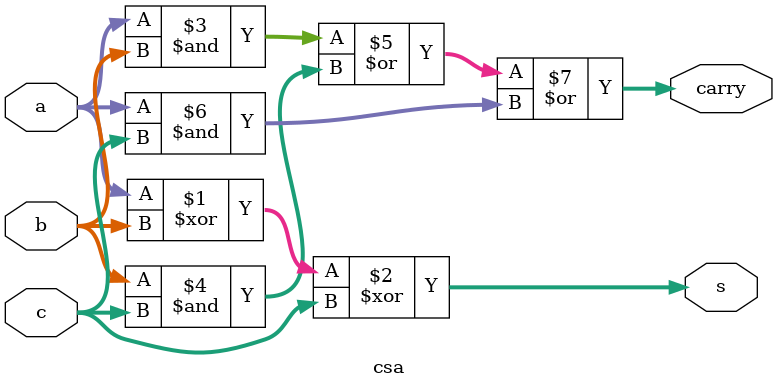
<source format=v>
module csa #(parameter W = 16)(
    input  [W-1:0] a,
    input  [W-1:0] b,
    input  [W-1:0] c,
    output [W-1:0] s,
    output [W-1:0] carry
);

    assign s     = a ^ b ^ c;
    assign carry = (a & b) | (b & c) | (a & c);

endmodule

</source>
